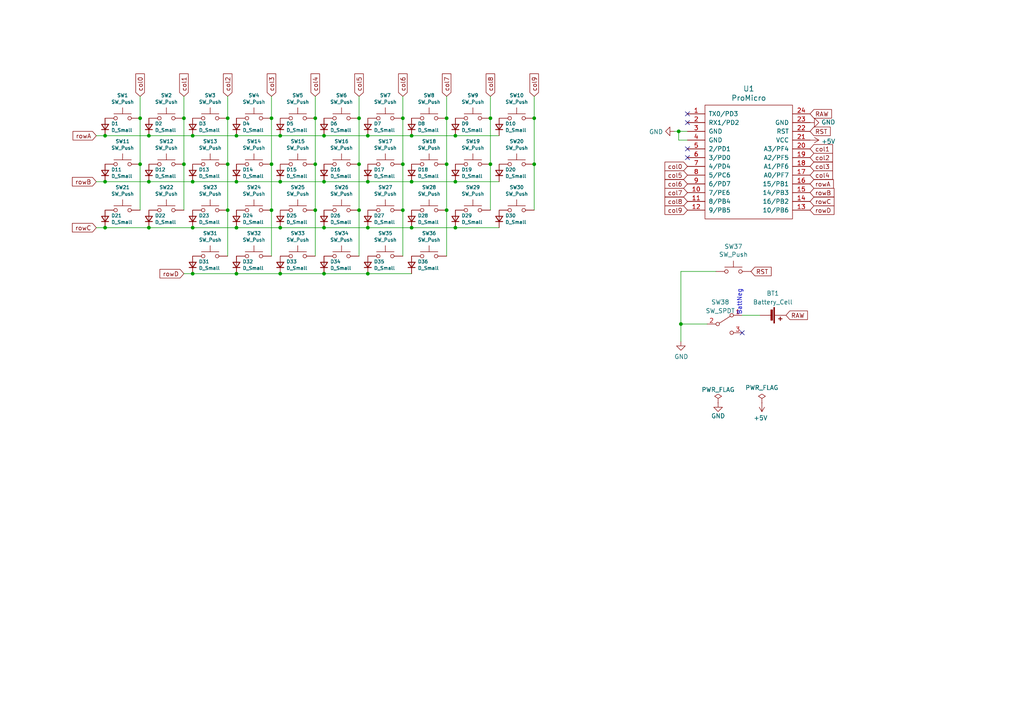
<source format=kicad_sch>
(kicad_sch (version 20210621) (generator eeschema)
  (paper "A4")
  (title_block (title "Humla") (date "2021-11-10") (rev "0.3") (company "jmnw"))
  (lib_symbols
    (symbol "Device:Battery_Cell" (pin_numbers hide) (pin_names (offset 0) hide)
      (property "Reference" "BT" (at 2.54 2.54 0))
      (property "Value" "Battery_Cell" (at 2.54 0 0))
      (symbol "Battery_Cell_0_1"
        (rectangle (start -2.286 1.778) (end 2.286 1.524) (fill (type outline)))
        (rectangle (start -1.5748 1.1938) (end 1.4732 0.6858) (fill (type outline)))
        (polyline (pts (xy 0 0.762) (xy 0 0)))
        (polyline (pts (xy 0 1.778) (xy 0 2.54)))
        (polyline (pts (xy 0.508 3.429) (xy 1.524 3.429)) (stroke (width 0.254)))
        (polyline (pts (xy 1.016 3.937) (xy 1.016 2.921)) (stroke (width 0.254)))
      )
      (symbol "Battery_Cell_1_1"
        (pin passive line (at 0 5.08 270) (length 2.54) (name "+") (number "1"))
        (pin passive line (at 0 -2.54 90) (length 2.54) (name "-") (number "2"))
      )
    )
    (symbol "Device:D_Small" (pin_numbers hide) (pin_names (offset 0.254) hide)
      (property "Reference" "D" (at -1.27 2.032 0))
      (property "Value" "D_Small" (at -3.81 -2.032 0))
      (symbol "D_Small_0_1"
        (polyline (pts (xy -0.762 -1.016) (xy -0.762 1.016)) (stroke (width 0.254)))
        (polyline (pts (xy -0.762 0) (xy 0.762 0)))
        (polyline (pts (xy 0.762 -1.016) (xy -0.762 0) (xy 0.762 1.016) (xy 0.762 -1.016)) (stroke (width 0.254)))
      )
      (symbol "D_Small_1_1"
        (pin passive line (at -2.54 0 0) (length 1.778) (name "K") (number "1"))
        (pin passive line (at 2.54 0 180) (length 1.778) (name "A") (number "2"))
      )
    )
    (symbol "Switch:SW_Push" (pin_numbers hide) (pin_names (offset 1.016) hide)
      (property "Reference" "SW" (at 1.27 2.54 0))
      (property "Value" "SW_Push" (at 0 -1.524 0))
      (symbol "SW_Push_0_1"
        (circle (center -2.032 0) (radius 0.508))
        (polyline (pts (xy 0 1.27) (xy 0 3.048)))
        (polyline (pts (xy 2.54 1.27) (xy -2.54 1.27)))
        (circle (center 2.032 0) (radius 0.508))
        (pin passive line (at -5.08 0 0) (length 2.54) (name "1") (number "1"))
        (pin passive line (at 5.08 0 180) (length 2.54) (name "2") (number "2"))
      )
    )
    (symbol "Switch:SW_SPDT" (pin_names (offset 0) hide)
      (property "Reference" "SW" (at 0 4.318 0))
      (property "Value" "SW_SPDT" (at 0 -5.08 0))
      (symbol "SW_SPDT_0_0"
        (circle (center -2.032 0) (radius 0.508))
        (circle (center 2.032 -2.54) (radius 0.508))
      )
      (symbol "SW_SPDT_0_1"
        (polyline (pts (xy -1.524 0.254) (xy 1.651 2.286)))
        (circle (center 2.032 2.54) (radius 0.508))
      )
      (symbol "SW_SPDT_1_1"
        (pin passive line (at 5.08 2.54 180) (length 2.54) (name "A") (number "1"))
        (pin passive line (at -5.08 0 0) (length 2.54) (name "B") (number "2"))
        (pin passive line (at 5.08 -2.54 180) (length 2.54) (name "C") (number "3"))
      )
    )
    (symbol "humla-rescue:ProMicro-keebio" (pin_names (offset 1.016))
      (property "Reference" "U" (at 0 0 0))
      (property "Value" "ProMicro-keebio" (at 0 -19.05 0))
      (symbol "ProMicro-keebio_0_1"
        (rectangle (start -12.7 -16.51) (end 12.7 16.51))
      )
      (symbol "ProMicro-keebio_1_1"
        (pin input line (at -17.78 13.97 0) (length 5.08) (name "TX0/PD3") (number "1"))
        (pin input line (at -17.78 -8.89 0) (length 5.08) (name "7/PE6") (number "10"))
        (pin input line (at -17.78 -11.43 0) (length 5.08) (name "8/PB4") (number "11"))
        (pin input line (at -17.78 -13.97 0) (length 5.08) (name "9/PB5") (number "12"))
        (pin input line (at 17.78 -13.97 180) (length 5.08) (name "10/PB6") (number "13"))
        (pin input line (at 17.78 -11.43 180) (length 5.08) (name "16/PB2") (number "14"))
        (pin input line (at 17.78 -8.89 180) (length 5.08) (name "14/PB3") (number "15"))
        (pin input line (at 17.78 -6.35 180) (length 5.08) (name "15/PB1") (number "16"))
        (pin input line (at 17.78 -3.81 180) (length 5.08) (name "A0/PF7") (number "17"))
        (pin input line (at 17.78 -1.27 180) (length 5.08) (name "A1/PF6") (number "18"))
        (pin input line (at 17.78 1.27 180) (length 5.08) (name "A2/PF5") (number "19"))
        (pin input line (at -17.78 11.43 0) (length 5.08) (name "RX1/PD2") (number "2"))
        (pin input line (at 17.78 3.81 180) (length 5.08) (name "A3/PF4") (number "20"))
        (pin input line (at 17.78 6.35 180) (length 5.08) (name "VCC") (number "21"))
        (pin input line (at 17.78 8.89 180) (length 5.08) (name "RST") (number "22"))
        (pin input line (at 17.78 11.43 180) (length 5.08) (name "GND") (number "23"))
        (pin input line (at 17.78 13.97 180) (length 5.08) (name "~") (number "24"))
        (pin input line (at -17.78 8.89 0) (length 5.08) (name "GND") (number "3"))
        (pin input line (at -17.78 6.35 0) (length 5.08) (name "GND") (number "4"))
        (pin input line (at -17.78 3.81 0) (length 5.08) (name "2/PD1") (number "5"))
        (pin input line (at -17.78 1.27 0) (length 5.08) (name "3/PD0") (number "6"))
        (pin input line (at -17.78 -1.27 0) (length 5.08) (name "4/PD4") (number "7"))
        (pin input line (at -17.78 -3.81 0) (length 5.08) (name "5/PC6") (number "8"))
        (pin input line (at -17.78 -6.35 0) (length 5.08) (name "6/PD7") (number "9"))
      )
    )
    (symbol "power:+5V" (power) (pin_names (offset 0))
      (property "Value" "+5V" (at 0 3.556 0))
      (symbol "+5V_0_1"
        (polyline (pts (xy -0.762 1.27) (xy 0 2.54)))
        (polyline (pts (xy 0 0) (xy 0 2.54)))
        (polyline (pts (xy 0 2.54) (xy 0.762 1.27)))
      )
      (symbol "+5V_1_1"
        (pin power_in line (at 0 0 90) (length 0) hide (name "+5V") (number "1"))
      )
    )
    (symbol "power:GND" (power) (pin_names (offset 0))
      (property "Value" "GND" (at 0 -3.81 0))
      (symbol "GND_0_1"
        (polyline (pts (xy 0 0) (xy 0 -1.27) (xy 1.27 -1.27) (xy 0 -2.54) (xy -1.27 -1.27) (xy 0 -1.27)))
      )
      (symbol "GND_1_1"
        (pin power_in line (at 0 0 270) (length 0) hide (name "GND") (number "1"))
      )
    )
    (symbol "power:PWR_FLAG" (power) (pin_numbers hide) (pin_names (offset 0) hide)
      (property "Value" "PWR_FLAG" (at 0 3.81 0))
      (symbol "PWR_FLAG_0_0"
        (pin power_out line (at 0 0 90) (length 0) (name "pwr") (number "1"))
      )
      (symbol "PWR_FLAG_0_1"
        (polyline (pts (xy 0 0) (xy 0 1.27) (xy -1.016 1.905) (xy 0 2.54) (xy 1.016 1.905) (xy 0 1.27)))
      )
    )
  )
  (junction (at 68.58 39.37))
  (junction (at 40.64 34.29))
  (junction (at 43.18 39.37))
  (junction (at 93.98 52.705))
  (junction (at 66.04 47.625))
  (junction (at 53.34 47.625))
  (junction (at 106.68 79.375))
  (junction (at 78.74 34.29))
  (junction (at 78.74 60.96))
  (junction (at 91.44 47.625))
  (junction (at 66.04 60.96))
  (junction (at 43.18 66.04))
  (junction (at 91.44 60.96))
  (junction (at 93.98 79.375))
  (junction (at 142.24 34.29))
  (junction (at 106.68 52.705))
  (junction (at 68.58 66.04))
  (junction (at 78.74 47.625))
  (junction (at 53.34 34.29))
  (junction (at 142.24 47.625))
  (junction (at 116.84 60.96))
  (junction (at 104.14 34.29))
  (junction (at 104.14 47.625))
  (junction (at 55.88 66.04))
  (junction (at 154.94 34.29))
  (junction (at 68.58 79.375))
  (junction (at 81.28 52.705))
  (junction (at 93.98 39.37))
  (junction (at 55.88 52.705))
  (junction (at 116.84 47.625))
  (junction (at 66.04 34.29))
  (junction (at 55.88 79.375))
  (junction (at 106.68 39.37))
  (junction (at 129.54 47.625))
  (junction (at 30.48 39.37))
  (junction (at 132.08 52.705))
  (junction (at 55.88 39.37))
  (junction (at 40.64 47.625))
  (junction (at 30.48 66.04))
  (junction (at 129.54 60.96))
  (junction (at 93.98 66.04))
  (junction (at 132.08 39.37))
  (junction (at 129.54 34.29))
  (junction (at 197.485 93.98))
  (junction (at 81.28 79.375))
  (junction (at 91.44 34.29))
  (junction (at 30.48 52.705))
  (junction (at 104.14 60.96))
  (junction (at 116.84 34.29))
  (junction (at 81.28 39.37))
  (junction (at 106.68 66.04))
  (junction (at 81.28 66.04))
  (junction (at 43.18 52.705))
  (junction (at 68.58 52.705))
  (junction (at 119.38 39.37))
  (junction (at 154.94 47.625))
  (junction (at 119.38 52.705))
  (junction (at 132.08 66.04))
  (junction (at 196.85 38.1))
  (junction (at 119.38 66.04))
  (no_connect (at 215.265 96.52))
  (no_connect (at 199.39 45.72))
  (no_connect (at 199.39 43.18))
  (no_connect (at 199.39 33.02))
  (no_connect (at 199.39 35.56))
  (wire (pts (xy 196.85 40.64) (xy 196.85 38.1)))
  (wire (pts (xy 106.68 66.04) (xy 119.38 66.04)))
  (wire (pts (xy 27.94 39.37) (xy 30.48 39.37)))
  (wire (pts (xy 93.98 39.37) (xy 106.68 39.37)))
  (wire (pts (xy 91.44 47.625) (xy 91.44 60.96)))
  (wire (pts (xy 132.08 39.37) (xy 144.78 39.37)))
  (wire (pts (xy 81.28 52.705) (xy 68.58 52.705)))
  (wire (pts (xy 116.84 27.94) (xy 116.84 34.29)))
  (wire (pts (xy 30.48 66.04) (xy 43.18 66.04)))
  (wire (pts (xy 154.94 27.94) (xy 154.94 34.29)))
  (wire (pts (xy 119.38 66.04) (xy 132.08 66.04)))
  (wire (pts (xy 66.04 60.96) (xy 66.04 74.295)))
  (wire (pts (xy 81.28 39.37) (xy 93.98 39.37)))
  (wire (pts (xy 40.64 27.94) (xy 40.64 34.29)))
  (wire (pts (xy 93.98 79.375) (xy 81.28 79.375)))
  (wire (pts (xy 215.265 91.44) (xy 220.345 91.44)))
  (wire (pts (xy 119.38 79.375) (xy 106.68 79.375)))
  (wire (pts (xy 119.38 52.705) (xy 106.68 52.705)))
  (wire (pts (xy 132.08 66.04) (xy 144.78 66.04)))
  (wire (pts (xy 68.58 79.375) (xy 55.88 79.375)))
  (wire (pts (xy 68.58 66.04) (xy 81.28 66.04)))
  (wire (pts (xy 66.04 27.94) (xy 66.04 34.29)))
  (wire (pts (xy 132.08 52.705) (xy 119.38 52.705)))
  (wire (pts (xy 93.98 66.04) (xy 106.68 66.04)))
  (wire (pts (xy 197.485 93.98) (xy 197.485 99.06)))
  (wire (pts (xy 104.14 60.96) (xy 104.14 74.295)))
  (wire (pts (xy 66.04 34.29) (xy 66.04 47.625)))
  (wire (pts (xy 55.88 52.705) (xy 43.18 52.705)))
  (wire (pts (xy 53.34 47.625) (xy 53.34 60.96)))
  (wire (pts (xy 142.24 47.625) (xy 142.24 60.96)))
  (wire (pts (xy 27.94 52.705) (xy 30.48 52.705)))
  (wire (pts (xy 53.34 27.94) (xy 53.34 34.29)))
  (wire (pts (xy 78.74 47.625) (xy 78.74 60.96)))
  (wire (pts (xy 129.54 60.96) (xy 129.54 74.295)))
  (wire (pts (xy 154.94 34.29) (xy 154.94 47.625)))
  (wire (pts (xy 68.58 39.37) (xy 81.28 39.37)))
  (wire (pts (xy 104.14 34.29) (xy 104.14 47.625)))
  (wire (pts (xy 129.54 47.625) (xy 129.54 60.96)))
  (wire (pts (xy 43.18 66.04) (xy 55.88 66.04)))
  (wire (pts (xy 116.84 47.625) (xy 116.84 60.96)))
  (wire (pts (xy 91.44 60.96) (xy 91.44 74.295)))
  (wire (pts (xy 91.44 27.94) (xy 91.44 34.29)))
  (wire (pts (xy 30.48 39.37) (xy 43.18 39.37)))
  (wire (pts (xy 104.14 47.625) (xy 104.14 60.96)))
  (wire (pts (xy 78.74 60.96) (xy 78.74 74.295)))
  (wire (pts (xy 55.88 66.04) (xy 68.58 66.04)))
  (wire (pts (xy 142.24 27.94) (xy 142.24 34.29)))
  (wire (pts (xy 154.94 47.625) (xy 154.94 60.96)))
  (wire (pts (xy 207.645 78.74) (xy 197.485 78.74)))
  (wire (pts (xy 142.24 34.29) (xy 142.24 47.625)))
  (wire (pts (xy 30.48 52.705) (xy 43.18 52.705)))
  (wire (pts (xy 53.34 79.375) (xy 55.88 79.375)))
  (wire (pts (xy 119.38 39.37) (xy 132.08 39.37)))
  (wire (pts (xy 106.68 39.37) (xy 119.38 39.37)))
  (wire (pts (xy 66.04 47.625) (xy 66.04 60.96)))
  (wire (pts (xy 81.28 79.375) (xy 68.58 79.375)))
  (wire (pts (xy 55.88 39.37) (xy 68.58 39.37)))
  (wire (pts (xy 129.54 34.29) (xy 129.54 47.625)))
  (wire (pts (xy 129.54 27.94) (xy 129.54 34.29)))
  (wire (pts (xy 106.68 52.705) (xy 93.98 52.705)))
  (wire (pts (xy 53.34 34.29) (xy 53.34 47.625)))
  (wire (pts (xy 104.14 27.94) (xy 104.14 34.29)))
  (wire (pts (xy 106.68 79.375) (xy 93.98 79.375)))
  (wire (pts (xy 196.85 38.1) (xy 195.58 38.1)))
  (wire (pts (xy 91.44 34.29) (xy 91.44 47.625)))
  (wire (pts (xy 81.28 66.04) (xy 93.98 66.04)))
  (wire (pts (xy 78.74 34.29) (xy 78.74 47.625)))
  (wire (pts (xy 205.105 93.98) (xy 197.485 93.98)))
  (wire (pts (xy 43.18 39.37) (xy 55.88 39.37)))
  (wire (pts (xy 199.39 38.1) (xy 196.85 38.1)))
  (wire (pts (xy 68.58 52.705) (xy 55.88 52.705)))
  (wire (pts (xy 197.485 78.74) (xy 197.485 93.98)))
  (wire (pts (xy 40.64 34.29) (xy 40.64 47.625)))
  (wire (pts (xy 27.94 66.04) (xy 30.48 66.04)))
  (wire (pts (xy 93.98 52.705) (xy 81.28 52.705)))
  (wire (pts (xy 116.84 60.96) (xy 116.84 74.295)))
  (wire (pts (xy 78.74 27.94) (xy 78.74 34.29)))
  (wire (pts (xy 40.64 47.625) (xy 40.64 60.96)))
  (wire (pts (xy 144.78 52.705) (xy 132.08 52.705)))
  (wire (pts (xy 199.39 40.64) (xy 196.85 40.64)))
  (wire (pts (xy 116.84 34.29) (xy 116.84 47.625)))
  (text "BattNeg" (at 215.265 91.44 90) (effects (font (size 1.27 1.27)) (justify left bottom)))
  (global_label "col8" (shape input) (at 199.39 58.42 180) (property "Intersheet References" "${INTERSHEET_REFS}" (effects hide)))
  (global_label "rowA" (shape input) (at 234.95 53.34 0) (property "Intersheet References" "${INTERSHEET_REFS}" (effects hide)))
  (global_label "RST" (shape input) (at 234.95 38.1 0) (property "Intersheet References" "${INTERSHEET_REFS}" (effects hide)))
  (global_label "col5" (shape input) (at 104.14 27.94 90) (property "Intersheet References" "${INTERSHEET_REFS}" (effects hide)))
  (global_label "rowA" (shape input) (at 27.94 39.37 180) (property "Intersheet References" "${INTERSHEET_REFS}" (effects hide)))
  (global_label "col4" (shape input) (at 91.44 27.94 90) (property "Intersheet References" "${INTERSHEET_REFS}" (effects hide)))
  (global_label "rowC" (shape input) (at 234.95 58.42 0) (property "Intersheet References" "${INTERSHEET_REFS}" (effects hide)))
  (global_label "rowB" (shape input) (at 234.95 55.88 0) (property "Intersheet References" "${INTERSHEET_REFS}" (effects hide)))
  (global_label "col4" (shape input) (at 234.95 50.8 0) (property "Intersheet References" "${INTERSHEET_REFS}" (effects hide)))
  (global_label "col0" (shape input) (at 40.64 27.94 90) (property "Intersheet References" "${INTERSHEET_REFS}" (effects hide)))
  (global_label "rowC" (shape input) (at 27.94 66.04 180) (property "Intersheet References" "${INTERSHEET_REFS}" (effects hide)))
  (global_label "col2" (shape input) (at 234.95 45.72 0) (property "Intersheet References" "${INTERSHEET_REFS}" (effects hide)))
  (global_label "col1" (shape input) (at 53.34 27.94 90) (property "Intersheet References" "${INTERSHEET_REFS}" (effects hide)))
  (global_label "col6" (shape input) (at 116.84 27.94 90) (property "Intersheet References" "${INTERSHEET_REFS}" (effects hide)))
  (global_label "col8" (shape input) (at 142.24 27.94 90) (property "Intersheet References" "${INTERSHEET_REFS}" (effects hide)))
  (global_label "RAW" (shape input) (at 227.965 91.44 0) (property "Intersheet References" "${INTERSHEET_REFS}" (effects hide)))
  (global_label "rowD" (shape input) (at 53.34 79.375 180) (property "Intersheet References" "${INTERSHEET_REFS}" (effects hide)))
  (global_label "col5" (shape input) (at 199.39 50.8 180) (property "Intersheet References" "${INTERSHEET_REFS}" (effects hide)))
  (global_label "col2" (shape input) (at 66.04 27.94 90) (property "Intersheet References" "${INTERSHEET_REFS}" (effects hide)))
  (global_label "col7" (shape input) (at 199.39 55.88 180) (property "Intersheet References" "${INTERSHEET_REFS}" (effects hide)))
  (global_label "RAW" (shape input) (at 234.95 33.02 0) (property "Intersheet References" "${INTERSHEET_REFS}" (effects hide)))
  (global_label "rowD" (shape input) (at 234.95 60.96 0) (property "Intersheet References" "${INTERSHEET_REFS}" (effects hide)))
  (global_label "col9" (shape input) (at 199.39 60.96 180) (property "Intersheet References" "${INTERSHEET_REFS}" (effects hide)))
  (global_label "col7" (shape input) (at 129.54 27.94 90) (property "Intersheet References" "${INTERSHEET_REFS}" (effects hide)))
  (global_label "col3" (shape input) (at 78.74 27.94 90) (property "Intersheet References" "${INTERSHEET_REFS}" (effects hide)))
  (global_label "col3" (shape input) (at 234.95 48.26 0) (property "Intersheet References" "${INTERSHEET_REFS}" (effects hide)))
  (global_label "col6" (shape input) (at 199.39 53.34 180) (property "Intersheet References" "${INTERSHEET_REFS}" (effects hide)))
  (global_label "RST" (shape input) (at 217.805 78.74 0) (property "Intersheet References" "${INTERSHEET_REFS}" (effects hide)))
  (global_label "rowB" (shape input) (at 27.94 52.705 180) (property "Intersheet References" "${INTERSHEET_REFS}" (effects hide)))
  (global_label "col9" (shape input) (at 154.94 27.94 90) (property "Intersheet References" "${INTERSHEET_REFS}" (effects hide)))
  (global_label "col0" (shape input) (at 199.39 48.26 180) (property "Intersheet References" "${INTERSHEET_REFS}" (effects hide)))
  (global_label "col1" (shape input) (at 234.95 43.18 0) (property "Intersheet References" "${INTERSHEET_REFS}" (effects hide)))
  (symbol (lib_id "humla-rescue:ProMicro-keebio") (at 217.17 46.99 0) (unit 1)
    (property "Reference" "U1" (at 217.17 25.7302 0) (effects (font (size 1.524 1.524))))
    (property "Value" "ProMicro" (at 217.17 28.4226 0) (effects (font (size 1.524 1.524))))
    (property "Footprint" "humla:ArduinoProMicro" (effects hide))
  )
  (symbol (lib_id "power:PWR_FLAG") (at 208.28 116.84 0) (unit 1)
    (property "Reference" "#FLG01" (effects hide))
    (property "Value" "PWR_FLAG" (at 208.28 113.03 0))
  )
  (symbol (lib_id "power:GND") (at 208.28 116.84 0) (unit 1)
    (property "Reference" "#PWR05" (effects hide))
    (property "Value" "GND" (at 208.28 120.65 0))
  )
  (symbol (lib_id "power:GND") (at 234.95 35.56 90) (unit 1)
    (property "Reference" "#PWR01" (effects hide))
    (property "Value" "GND" (at 238.2012 35.433 90) (effects (justify right)))
  )
  (symbol (lib_id "power:GND") (at 195.58 38.1 270) (unit 1)
    (property "Reference" "#PWR02" (effects hide))
    (property "Value" "GND" (at 192.3288 38.227 90) (effects (justify right)))
  )
  (symbol (lib_id "Switch:SW_SPDT") (at 210.185 93.98 0) (unit 1)
    (property "Reference" "SW38" (at 208.915 87.63 0))
    (property "Value" "SW_SPDT" (at 208.915 90.17 0))
    (property "Footprint" "humla:power_switch" (effects hide))
  )
  (symbol (lib_id "power:GND") (at 197.485 99.06 0) (unit 1)
    (property "Reference" "#PWR04" (effects hide))
    (property "Value" "GND" (at 197.612 103.4542 0))
  )
  (symbol (lib_id "Device:Battery_Cell") (at 222.885 91.44 270) (unit 1)
    (property "Reference" "BT1" (at 224.155 85.09 90))
    (property "Value" "Battery_Cell" (at 224.155 87.63 90))
    (property "Footprint" "humla:Battery_pads" (effects hide))
  )
  (symbol (lib_id "power:+5V") (at 234.95 40.64 270) (unit 1)
    (property "Reference" "#PWR03" (effects hide))
    (property "Value" "+5V" (at 238.2012 41.021 90) (effects (justify left)))
  )
  (symbol (lib_id "power:+5V") (at 220.98 116.84 180) (unit 1)
    (property "Reference" "#PWR06" (effects hide))
    (property "Value" "+5V" (at 220.599 121.2342 0))
  )
  (symbol (lib_id "Switch:SW_Push") (at 212.725 78.74 0) (unit 1)
    (property "Reference" "SW37" (at 212.725 71.501 0))
    (property "Value" "SW_Push" (at 212.725 73.8124 0))
    (property "Footprint" "humla:Reset" (effects hide))
  )
  (symbol (lib_id "Switch:SW_Push") (at 35.56 34.29 0) (unit 1)
    (property "Reference" "SW1" (at 35.56 27.6606 0) (effects (font (size 0.9906 0.9906))))
    (property "Value" "SW_Push" (at 35.56 29.5656 0) (effects (font (size 0.9906 0.9906))))
    (property "Footprint" "humla:Choc" (effects hide))
  )
  (symbol (lib_id "Device:D_Small") (at 30.48 36.83 90) (unit 1)
    (property "Reference" "D1" (at 32.258 35.8648 90) (effects (font (size 0.9906 0.9906)) (justify right)))
    (property "Value" "D_Small" (at 32.258 37.7698 90) (effects (font (size 0.9906 0.9906)) (justify right)))
    (property "Footprint" "humla:D3_SMD" (effects hide))
  )
  (symbol (lib_id "Switch:SW_Push") (at 48.26 34.29 0) (unit 1)
    (property "Reference" "SW2" (at 48.26 27.6606 0) (effects (font (size 0.9906 0.9906))))
    (property "Value" "SW_Push" (at 48.26 29.5656 0) (effects (font (size 0.9906 0.9906))))
    (property "Footprint" "humla:Choc" (effects hide))
  )
  (symbol (lib_id "Device:D_Small") (at 43.18 36.83 90) (unit 1)
    (property "Reference" "D2" (at 44.958 35.8648 90) (effects (font (size 0.9906 0.9906)) (justify right)))
    (property "Value" "D_Small" (at 44.958 37.7698 90) (effects (font (size 0.9906 0.9906)) (justify right)))
    (property "Footprint" "humla:D3_SMD" (effects hide))
  )
  (symbol (lib_id "Switch:SW_Push") (at 60.96 34.29 0) (unit 1)
    (property "Reference" "SW3" (at 60.96 27.6606 0) (effects (font (size 0.9906 0.9906))))
    (property "Value" "SW_Push" (at 60.96 29.5656 0) (effects (font (size 0.9906 0.9906))))
    (property "Footprint" "humla:Choc" (effects hide))
  )
  (symbol (lib_id "Device:D_Small") (at 55.88 36.83 90) (unit 1)
    (property "Reference" "D3" (at 57.658 35.8648 90) (effects (font (size 0.9906 0.9906)) (justify right)))
    (property "Value" "D_Small" (at 57.658 37.7698 90) (effects (font (size 0.9906 0.9906)) (justify right)))
    (property "Footprint" "humla:D3_SMD" (effects hide))
  )
  (symbol (lib_id "Switch:SW_Push") (at 73.66 34.29 0) (unit 1)
    (property "Reference" "SW4" (at 73.66 27.6606 0) (effects (font (size 0.9906 0.9906))))
    (property "Value" "SW_Push" (at 73.66 29.5656 0) (effects (font (size 0.9906 0.9906))))
    (property "Footprint" "humla:Choc" (effects hide))
  )
  (symbol (lib_id "Device:D_Small") (at 68.58 36.83 90) (unit 1)
    (property "Reference" "D4" (at 70.358 35.8648 90) (effects (font (size 0.9906 0.9906)) (justify right)))
    (property "Value" "D_Small" (at 70.358 37.7698 90) (effects (font (size 0.9906 0.9906)) (justify right)))
    (property "Footprint" "humla:D3_SMD" (effects hide))
  )
  (symbol (lib_id "Switch:SW_Push") (at 86.36 34.29 0) (unit 1)
    (property "Reference" "SW5" (at 86.36 27.6606 0) (effects (font (size 0.9906 0.9906))))
    (property "Value" "SW_Push" (at 86.36 29.5656 0) (effects (font (size 0.9906 0.9906))))
    (property "Footprint" "humla:Choc" (effects hide))
  )
  (symbol (lib_id "Device:D_Small") (at 81.28 36.83 90) (unit 1)
    (property "Reference" "D5" (at 83.058 35.8648 90) (effects (font (size 0.9906 0.9906)) (justify right)))
    (property "Value" "D_Small" (at 83.058 37.7698 90) (effects (font (size 0.9906 0.9906)) (justify right)))
    (property "Footprint" "humla:D3_SMD" (effects hide))
  )
  (symbol (lib_id "Switch:SW_Push") (at 99.06 34.29 0) (unit 1)
    (property "Reference" "SW6" (at 99.06 27.6606 0) (effects (font (size 0.9906 0.9906))))
    (property "Value" "SW_Push" (at 99.06 29.5656 0) (effects (font (size 0.9906 0.9906))))
    (property "Footprint" "humla:Choc" (effects hide))
  )
  (symbol (lib_id "Device:D_Small") (at 93.98 36.83 90) (unit 1)
    (property "Reference" "D6" (at 95.758 35.8648 90) (effects (font (size 0.9906 0.9906)) (justify right)))
    (property "Value" "D_Small" (at 95.758 37.7698 90) (effects (font (size 0.9906 0.9906)) (justify right)))
    (property "Footprint" "humla:D3_SMD" (effects hide))
  )
  (symbol (lib_id "Switch:SW_Push") (at 111.76 34.29 0) (unit 1)
    (property "Reference" "SW7" (at 111.76 27.6606 0) (effects (font (size 0.9906 0.9906))))
    (property "Value" "SW_Push" (at 111.76 29.5656 0) (effects (font (size 0.9906 0.9906))))
    (property "Footprint" "humla:Choc" (effects hide))
  )
  (symbol (lib_id "Device:D_Small") (at 106.68 36.83 90) (unit 1)
    (property "Reference" "D7" (at 108.458 35.8648 90) (effects (font (size 0.9906 0.9906)) (justify right)))
    (property "Value" "D_Small" (at 108.458 37.7698 90) (effects (font (size 0.9906 0.9906)) (justify right)))
    (property "Footprint" "humla:D3_SMD" (effects hide))
  )
  (symbol (lib_id "Switch:SW_Push") (at 124.46 34.29 0) (unit 1)
    (property "Reference" "SW8" (at 124.46 27.6606 0) (effects (font (size 0.9906 0.9906))))
    (property "Value" "SW_Push" (at 124.46 29.5656 0) (effects (font (size 0.9906 0.9906))))
    (property "Footprint" "humla:Choc" (effects hide))
  )
  (symbol (lib_id "Device:D_Small") (at 119.38 36.83 90) (unit 1)
    (property "Reference" "D8" (at 121.158 35.8648 90) (effects (font (size 0.9906 0.9906)) (justify right)))
    (property "Value" "D_Small" (at 121.158 37.7698 90) (effects (font (size 0.9906 0.9906)) (justify right)))
    (property "Footprint" "humla:D3_SMD" (effects hide))
  )
  (symbol (lib_id "Switch:SW_Push") (at 137.16 34.29 0) (unit 1)
    (property "Reference" "SW9" (at 137.16 27.6606 0) (effects (font (size 0.9906 0.9906))))
    (property "Value" "SW_Push" (at 137.16 29.5656 0) (effects (font (size 0.9906 0.9906))))
    (property "Footprint" "humla:Choc" (effects hide))
  )
  (symbol (lib_id "Device:D_Small") (at 132.08 36.83 90) (unit 1)
    (property "Reference" "D9" (at 133.858 35.8648 90) (effects (font (size 0.9906 0.9906)) (justify right)))
    (property "Value" "D_Small" (at 133.858 37.7698 90) (effects (font (size 0.9906 0.9906)) (justify right)))
    (property "Footprint" "humla:D3_SMD" (effects hide))
  )
  (symbol (lib_id "Switch:SW_Push") (at 149.86 34.29 0) (unit 1)
    (property "Reference" "SW10" (at 149.86 27.6606 0) (effects (font (size 0.9906 0.9906))))
    (property "Value" "SW_Push" (at 149.86 29.5656 0) (effects (font (size 0.9906 0.9906))))
    (property "Footprint" "humla:Choc" (effects hide))
  )
  (symbol (lib_id "Device:D_Small") (at 144.78 36.83 90) (unit 1)
    (property "Reference" "D10" (at 146.558 35.8648 90) (effects (font (size 0.9906 0.9906)) (justify right)))
    (property "Value" "D_Small" (at 146.558 37.7698 90) (effects (font (size 0.9906 0.9906)) (justify right)))
    (property "Footprint" "humla:D3_SMD" (effects hide))
  )
  (symbol (lib_id "Switch:SW_Push") (at 35.56 47.625 0) (unit 1)
    (property "Reference" "SW11" (at 35.56 40.9956 0) (effects (font (size 0.9906 0.9906))))
    (property "Value" "SW_Push" (at 35.56 42.9006 0) (effects (font (size 0.9906 0.9906))))
    (property "Footprint" "humla:Choc" (effects hide))
  )
  (symbol (lib_id "Device:D_Small") (at 30.48 50.165 90) (unit 1)
    (property "Reference" "D11" (at 32.258 49.1998 90) (effects (font (size 0.9906 0.9906)) (justify right)))
    (property "Value" "D_Small" (at 32.258 51.1048 90) (effects (font (size 0.9906 0.9906)) (justify right)))
    (property "Footprint" "humla:D3_SMD" (effects hide))
  )
  (symbol (lib_id "Switch:SW_Push") (at 48.26 47.625 0) (unit 1)
    (property "Reference" "SW12" (at 48.26 40.9956 0) (effects (font (size 0.9906 0.9906))))
    (property "Value" "SW_Push" (at 48.26 42.9006 0) (effects (font (size 0.9906 0.9906))))
    (property "Footprint" "humla:Choc" (effects hide))
  )
  (symbol (lib_id "Device:D_Small") (at 43.18 50.165 90) (unit 1)
    (property "Reference" "D12" (at 44.958 49.1998 90) (effects (font (size 0.9906 0.9906)) (justify right)))
    (property "Value" "D_Small" (at 44.958 51.1048 90) (effects (font (size 0.9906 0.9906)) (justify right)))
    (property "Footprint" "humla:D3_SMD" (effects hide))
  )
  (symbol (lib_id "Switch:SW_Push") (at 60.96 47.625 0) (unit 1)
    (property "Reference" "SW13" (at 60.96 40.9956 0) (effects (font (size 0.9906 0.9906))))
    (property "Value" "SW_Push" (at 60.96 42.9006 0) (effects (font (size 0.9906 0.9906))))
    (property "Footprint" "humla:Choc" (effects hide))
  )
  (symbol (lib_id "Device:D_Small") (at 55.88 50.165 90) (unit 1)
    (property "Reference" "D13" (at 57.658 49.1998 90) (effects (font (size 0.9906 0.9906)) (justify right)))
    (property "Value" "D_Small" (at 57.658 51.1048 90) (effects (font (size 0.9906 0.9906)) (justify right)))
    (property "Footprint" "humla:D3_SMD" (effects hide))
  )
  (symbol (lib_id "Switch:SW_Push") (at 73.66 47.625 0) (unit 1)
    (property "Reference" "SW14" (at 73.66 40.9956 0) (effects (font (size 0.9906 0.9906))))
    (property "Value" "SW_Push" (at 73.66 42.9006 0) (effects (font (size 0.9906 0.9906))))
    (property "Footprint" "humla:Choc" (effects hide))
  )
  (symbol (lib_id "Device:D_Small") (at 68.58 50.165 90) (unit 1)
    (property "Reference" "D14" (at 70.358 49.1998 90) (effects (font (size 0.9906 0.9906)) (justify right)))
    (property "Value" "D_Small" (at 70.358 51.1048 90) (effects (font (size 0.9906 0.9906)) (justify right)))
    (property "Footprint" "humla:D3_SMD" (effects hide))
  )
  (symbol (lib_id "Switch:SW_Push") (at 86.36 47.625 0) (unit 1)
    (property "Reference" "SW15" (at 86.36 40.9956 0) (effects (font (size 0.9906 0.9906))))
    (property "Value" "SW_Push" (at 86.36 42.9006 0) (effects (font (size 0.9906 0.9906))))
    (property "Footprint" "humla:Choc" (effects hide))
  )
  (symbol (lib_id "Device:D_Small") (at 81.28 50.165 90) (unit 1)
    (property "Reference" "D15" (at 83.058 49.1998 90) (effects (font (size 0.9906 0.9906)) (justify right)))
    (property "Value" "D_Small" (at 83.058 51.1048 90) (effects (font (size 0.9906 0.9906)) (justify right)))
    (property "Footprint" "humla:D3_SMD" (effects hide))
  )
  (symbol (lib_id "Switch:SW_Push") (at 99.06 47.625 0) (unit 1)
    (property "Reference" "SW16" (at 99.06 40.9956 0) (effects (font (size 0.9906 0.9906))))
    (property "Value" "SW_Push" (at 99.06 42.9006 0) (effects (font (size 0.9906 0.9906))))
    (property "Footprint" "humla:Choc" (effects hide))
  )
  (symbol (lib_id "Device:D_Small") (at 93.98 50.165 90) (unit 1)
    (property "Reference" "D16" (at 95.758 49.1998 90) (effects (font (size 0.9906 0.9906)) (justify right)))
    (property "Value" "D_Small" (at 95.758 51.1048 90) (effects (font (size 0.9906 0.9906)) (justify right)))
    (property "Footprint" "humla:D3_SMD" (effects hide))
  )
  (symbol (lib_id "Switch:SW_Push") (at 111.76 47.625 0) (unit 1)
    (property "Reference" "SW17" (at 111.76 40.9956 0) (effects (font (size 0.9906 0.9906))))
    (property "Value" "SW_Push" (at 111.76 42.9006 0) (effects (font (size 0.9906 0.9906))))
    (property "Footprint" "humla:Choc" (effects hide))
  )
  (symbol (lib_id "Device:D_Small") (at 106.68 50.165 90) (unit 1)
    (property "Reference" "D17" (at 108.458 49.1998 90) (effects (font (size 0.9906 0.9906)) (justify right)))
    (property "Value" "D_Small" (at 108.458 51.1048 90) (effects (font (size 0.9906 0.9906)) (justify right)))
    (property "Footprint" "humla:D3_SMD" (effects hide))
  )
  (symbol (lib_id "Switch:SW_Push") (at 124.46 47.625 0) (unit 1)
    (property "Reference" "SW18" (at 124.46 40.9956 0) (effects (font (size 0.9906 0.9906))))
    (property "Value" "SW_Push" (at 124.46 42.9006 0) (effects (font (size 0.9906 0.9906))))
    (property "Footprint" "humla:Choc" (effects hide))
  )
  (symbol (lib_id "Device:D_Small") (at 119.38 50.165 90) (unit 1)
    (property "Reference" "D18" (at 121.158 49.1998 90) (effects (font (size 0.9906 0.9906)) (justify right)))
    (property "Value" "D_Small" (at 121.158 51.1048 90) (effects (font (size 0.9906 0.9906)) (justify right)))
    (property "Footprint" "humla:D3_SMD" (effects hide))
  )
  (symbol (lib_id "Switch:SW_Push") (at 137.16 47.625 0) (unit 1)
    (property "Reference" "SW19" (at 137.16 40.9956 0) (effects (font (size 0.9906 0.9906))))
    (property "Value" "SW_Push" (at 137.16 42.9006 0) (effects (font (size 0.9906 0.9906))))
    (property "Footprint" "humla:Choc" (effects hide))
  )
  (symbol (lib_id "Device:D_Small") (at 132.08 50.165 90) (unit 1)
    (property "Reference" "D19" (at 133.858 49.1998 90) (effects (font (size 0.9906 0.9906)) (justify right)))
    (property "Value" "D_Small" (at 133.858 51.1048 90) (effects (font (size 0.9906 0.9906)) (justify right)))
    (property "Footprint" "humla:D3_SMD" (effects hide))
  )
  (symbol (lib_id "Switch:SW_Push") (at 149.86 47.625 0) (unit 1)
    (property "Reference" "SW20" (at 149.86 40.9956 0) (effects (font (size 0.9906 0.9906))))
    (property "Value" "SW_Push" (at 149.86 42.9006 0) (effects (font (size 0.9906 0.9906))))
    (property "Footprint" "humla:Choc" (effects hide))
  )
  (symbol (lib_id "Device:D_Small") (at 144.78 50.165 90) (unit 1)
    (property "Reference" "D20" (at 146.558 49.1998 90) (effects (font (size 0.9906 0.9906)) (justify right)))
    (property "Value" "D_Small" (at 146.558 51.1048 90) (effects (font (size 0.9906 0.9906)) (justify right)))
    (property "Footprint" "humla:D3_SMD" (effects hide))
  )
  (symbol (lib_id "Switch:SW_Push") (at 35.56 60.96 0) (unit 1)
    (property "Reference" "SW21" (at 35.56 54.3306 0) (effects (font (size 0.9906 0.9906))))
    (property "Value" "SW_Push" (at 35.56 56.2356 0) (effects (font (size 0.9906 0.9906))))
    (property "Footprint" "humla:Choc" (effects hide))
  )
  (symbol (lib_id "Device:D_Small") (at 30.48 63.5 90) (unit 1)
    (property "Reference" "D21" (at 32.258 62.5348 90) (effects (font (size 0.9906 0.9906)) (justify right)))
    (property "Value" "D_Small" (at 32.258 64.4398 90) (effects (font (size 0.9906 0.9906)) (justify right)))
    (property "Footprint" "humla:D3_SMD" (effects hide))
  )
  (symbol (lib_id "Switch:SW_Push") (at 48.26 60.96 0) (unit 1)
    (property "Reference" "SW22" (at 48.26 54.3306 0) (effects (font (size 0.9906 0.9906))))
    (property "Value" "SW_Push" (at 48.26 56.2356 0) (effects (font (size 0.9906 0.9906))))
    (property "Footprint" "humla:Choc" (effects hide))
  )
  (symbol (lib_id "Device:D_Small") (at 43.18 63.5 90) (unit 1)
    (property "Reference" "D22" (at 44.958 62.5348 90) (effects (font (size 0.9906 0.9906)) (justify right)))
    (property "Value" "D_Small" (at 44.958 64.4398 90) (effects (font (size 0.9906 0.9906)) (justify right)))
    (property "Footprint" "humla:D3_SMD" (effects hide))
  )
  (symbol (lib_id "Switch:SW_Push") (at 60.96 60.96 0) (unit 1)
    (property "Reference" "SW23" (at 60.96 54.3306 0) (effects (font (size 0.9906 0.9906))))
    (property "Value" "SW_Push" (at 60.96 56.2356 0) (effects (font (size 0.9906 0.9906))))
    (property "Footprint" "humla:Choc" (effects hide))
  )
  (symbol (lib_id "Device:D_Small") (at 55.88 63.5 90) (unit 1)
    (property "Reference" "D23" (at 57.658 62.5348 90) (effects (font (size 0.9906 0.9906)) (justify right)))
    (property "Value" "D_Small" (at 57.658 64.4398 90) (effects (font (size 0.9906 0.9906)) (justify right)))
    (property "Footprint" "humla:D3_SMD" (effects hide))
  )
  (symbol (lib_id "Switch:SW_Push") (at 73.66 60.96 0) (unit 1)
    (property "Reference" "SW24" (at 73.66 54.3306 0) (effects (font (size 0.9906 0.9906))))
    (property "Value" "SW_Push" (at 73.66 56.2356 0) (effects (font (size 0.9906 0.9906))))
    (property "Footprint" "humla:Choc" (effects hide))
  )
  (symbol (lib_id "Device:D_Small") (at 68.58 63.5 90) (unit 1)
    (property "Reference" "D24" (at 70.358 62.5348 90) (effects (font (size 0.9906 0.9906)) (justify right)))
    (property "Value" "D_Small" (at 70.358 64.4398 90) (effects (font (size 0.9906 0.9906)) (justify right)))
    (property "Footprint" "humla:D3_SMD" (effects hide))
  )
  (symbol (lib_id "Switch:SW_Push") (at 86.36 60.96 0) (unit 1)
    (property "Reference" "SW25" (at 86.36 54.3306 0) (effects (font (size 0.9906 0.9906))))
    (property "Value" "SW_Push" (at 86.36 56.2356 0) (effects (font (size 0.9906 0.9906))))
    (property "Footprint" "humla:Choc" (effects hide))
  )
  (symbol (lib_id "Device:D_Small") (at 81.28 63.5 90) (unit 1)
    (property "Reference" "D25" (at 83.058 62.5348 90) (effects (font (size 0.9906 0.9906)) (justify right)))
    (property "Value" "D_Small" (at 83.058 64.4398 90) (effects (font (size 0.9906 0.9906)) (justify right)))
    (property "Footprint" "humla:D3_SMD" (effects hide))
  )
  (symbol (lib_id "Switch:SW_Push") (at 99.06 60.96 0) (unit 1)
    (property "Reference" "SW26" (at 99.06 54.3306 0) (effects (font (size 0.9906 0.9906))))
    (property "Value" "SW_Push" (at 99.06 56.2356 0) (effects (font (size 0.9906 0.9906))))
    (property "Footprint" "humla:Choc" (effects hide))
  )
  (symbol (lib_id "Device:D_Small") (at 93.98 63.5 90) (unit 1)
    (property "Reference" "D26" (at 95.758 62.5348 90) (effects (font (size 0.9906 0.9906)) (justify right)))
    (property "Value" "D_Small" (at 95.758 64.4398 90) (effects (font (size 0.9906 0.9906)) (justify right)))
    (property "Footprint" "humla:D3_SMD" (effects hide))
  )
  (symbol (lib_id "Switch:SW_Push") (at 111.76 60.96 0) (unit 1)
    (property "Reference" "SW27" (at 111.76 54.3306 0) (effects (font (size 0.9906 0.9906))))
    (property "Value" "SW_Push" (at 111.76 56.2356 0) (effects (font (size 0.9906 0.9906))))
    (property "Footprint" "humla:Choc" (effects hide))
  )
  (symbol (lib_id "Device:D_Small") (at 106.68 63.5 90) (unit 1)
    (property "Reference" "D27" (at 108.458 62.5348 90) (effects (font (size 0.9906 0.9906)) (justify right)))
    (property "Value" "D_Small" (at 108.458 64.4398 90) (effects (font (size 0.9906 0.9906)) (justify right)))
    (property "Footprint" "humla:D3_SMD" (effects hide))
  )
  (symbol (lib_id "Switch:SW_Push") (at 124.46 60.96 0) (unit 1)
    (property "Reference" "SW28" (at 124.46 54.3306 0) (effects (font (size 0.9906 0.9906))))
    (property "Value" "SW_Push" (at 124.46 56.2356 0) (effects (font (size 0.9906 0.9906))))
    (property "Footprint" "humla:Choc" (effects hide))
  )
  (symbol (lib_id "Device:D_Small") (at 119.38 63.5 90) (unit 1)
    (property "Reference" "D28" (at 121.158 62.5348 90) (effects (font (size 0.9906 0.9906)) (justify right)))
    (property "Value" "D_Small" (at 121.158 64.4398 90) (effects (font (size 0.9906 0.9906)) (justify right)))
    (property "Footprint" "humla:D3_SMD" (effects hide))
  )
  (symbol (lib_id "Switch:SW_Push") (at 137.16 60.96 0) (unit 1)
    (property "Reference" "SW29" (at 137.16 54.3306 0) (effects (font (size 0.9906 0.9906))))
    (property "Value" "SW_Push" (at 137.16 56.2356 0) (effects (font (size 0.9906 0.9906))))
    (property "Footprint" "humla:Choc" (effects hide))
  )
  (symbol (lib_id "Device:D_Small") (at 132.08 63.5 90) (unit 1)
    (property "Reference" "D29" (at 133.858 62.5348 90) (effects (font (size 0.9906 0.9906)) (justify right)))
    (property "Value" "D_Small" (at 133.858 64.4398 90) (effects (font (size 0.9906 0.9906)) (justify right)))
    (property "Footprint" "humla:D3_SMD" (effects hide))
  )
  (symbol (lib_id "Switch:SW_Push") (at 149.86 60.96 0) (unit 1)
    (property "Reference" "SW30" (at 149.86 54.3306 0) (effects (font (size 0.9906 0.9906))))
    (property "Value" "SW_Push" (at 149.86 56.2356 0) (effects (font (size 0.9906 0.9906))))
    (property "Footprint" "humla:Choc" (effects hide))
  )
  (symbol (lib_id "Device:D_Small") (at 144.78 63.5 90) (unit 1)
    (property "Reference" "D30" (at 146.558 62.5348 90) (effects (font (size 0.9906 0.9906)) (justify right)))
    (property "Value" "D_Small" (at 146.558 64.4398 90) (effects (font (size 0.9906 0.9906)) (justify right)))
    (property "Footprint" "humla:D3_SMD" (effects hide))
  )
  (symbol (lib_id "Switch:SW_Push") (at 60.96 74.295 0) (unit 1)
    (property "Reference" "SW31" (at 60.96 67.6656 0) (effects (font (size 0.9906 0.9906))))
    (property "Value" "SW_Push" (at 60.96 69.5706 0) (effects (font (size 0.9906 0.9906))))
    (property "Footprint" "humla:Choc" (effects hide))
  )
  (symbol (lib_id "Device:D_Small") (at 55.88 76.835 90) (unit 1)
    (property "Reference" "D31" (at 57.658 75.8698 90) (effects (font (size 0.9906 0.9906)) (justify right)))
    (property "Value" "D_Small" (at 57.658 77.7748 90) (effects (font (size 0.9906 0.9906)) (justify right)))
    (property "Footprint" "humla:D3_SMD" (effects hide))
  )
  (symbol (lib_id "Switch:SW_Push") (at 73.66 74.295 0) (unit 1)
    (property "Reference" "SW32" (at 73.66 67.6656 0) (effects (font (size 0.9906 0.9906))))
    (property "Value" "SW_Push" (at 73.66 69.5706 0) (effects (font (size 0.9906 0.9906))))
    (property "Footprint" "humla:Choc" (effects hide))
  )
  (symbol (lib_id "Device:D_Small") (at 68.58 76.835 90) (unit 1)
    (property "Reference" "D32" (at 70.358 75.8698 90) (effects (font (size 0.9906 0.9906)) (justify right)))
    (property "Value" "D_Small" (at 70.358 77.7748 90) (effects (font (size 0.9906 0.9906)) (justify right)))
    (property "Footprint" "humla:D3_SMD" (effects hide))
  )
  (symbol (lib_id "Switch:SW_Push") (at 86.36 74.295 0) (unit 1)
    (property "Reference" "SW33" (at 86.36 67.6656 0) (effects (font (size 0.9906 0.9906))))
    (property "Value" "SW_Push" (at 86.36 69.5706 0) (effects (font (size 0.9906 0.9906))))
    (property "Footprint" "humla:Choc" (effects hide))
  )
  (symbol (lib_id "Device:D_Small") (at 81.28 76.835 90) (unit 1)
    (property "Reference" "D33" (at 83.058 75.8698 90) (effects (font (size 0.9906 0.9906)) (justify right)))
    (property "Value" "D_Small" (at 83.058 77.7748 90) (effects (font (size 0.9906 0.9906)) (justify right)))
    (property "Footprint" "humla:D3_SMD" (effects hide))
  )
  (symbol (lib_id "Switch:SW_Push") (at 99.06 74.295 0) (unit 1)
    (property "Reference" "SW34" (at 99.06 67.6656 0) (effects (font (size 0.9906 0.9906))))
    (property "Value" "SW_Push" (at 99.06 69.5706 0) (effects (font (size 0.9906 0.9906))))
    (property "Footprint" "humla:Choc" (effects hide))
  )
  (symbol (lib_id "Device:D_Small") (at 93.98 76.835 90) (unit 1)
    (property "Reference" "D34" (at 95.758 75.8698 90) (effects (font (size 0.9906 0.9906)) (justify right)))
    (property "Value" "D_Small" (at 95.758 77.7748 90) (effects (font (size 0.9906 0.9906)) (justify right)))
    (property "Footprint" "humla:D3_SMD" (effects hide))
  )
  (symbol (lib_id "Switch:SW_Push") (at 111.76 74.295 0) (unit 1)
    (property "Reference" "SW35" (at 111.76 67.6656 0) (effects (font (size 0.9906 0.9906))))
    (property "Value" "SW_Push" (at 111.76 69.5706 0) (effects (font (size 0.9906 0.9906))))
    (property "Footprint" "humla:Choc" (effects hide))
  )
  (symbol (lib_id "Device:D_Small") (at 106.68 76.835 90) (unit 1)
    (property "Reference" "D35" (at 108.458 75.8698 90) (effects (font (size 0.9906 0.9906)) (justify right)))
    (property "Value" "D_Small" (at 108.458 77.7748 90) (effects (font (size 0.9906 0.9906)) (justify right)))
    (property "Footprint" "humla:D3_SMD" (effects hide))
  )
  (symbol (lib_id "Switch:SW_Push") (at 124.46 74.295 0) (unit 1)
    (property "Reference" "SW36" (at 124.46 67.6656 0) (effects (font (size 0.9906 0.9906))))
    (property "Value" "SW_Push" (at 124.46 69.5706 0) (effects (font (size 0.9906 0.9906))))
    (property "Footprint" "humla:Choc" (effects hide))
  )
  (symbol (lib_id "Device:D_Small") (at 119.38 76.835 90) (unit 1)
    (property "Reference" "D36" (at 121.158 75.8698 90) (effects (font (size 0.9906 0.9906)) (justify right)))
    (property "Value" "D_Small" (at 121.158 77.7748 90) (effects (font (size 0.9906 0.9906)) (justify right)))
    (property "Footprint" "humla:D3_SMD" (effects hide))
  )
  (symbol (lib_id "power:PWR_FLAG") (at 220.98 116.84 0) (unit 1)
    (property "Reference" "#FLG02" (effects hide))
    (property "Value" "PWR_FLAG" (at 220.98 112.4458 0))
  )
)
</source>
